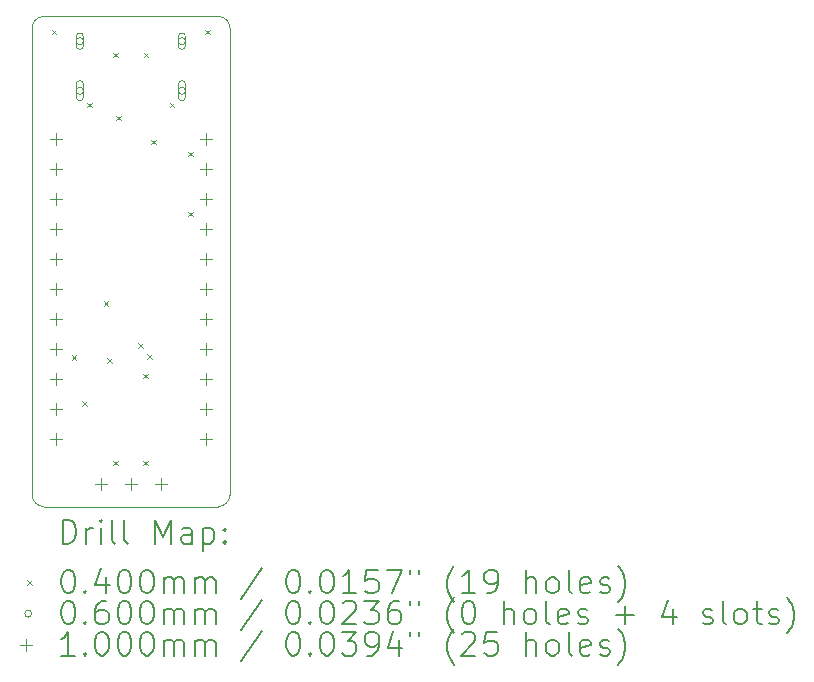
<source format=gbr>
%TF.GenerationSoftware,KiCad,Pcbnew,8.0.3*%
%TF.CreationDate,2024-08-17T22:20:42+01:00*%
%TF.ProjectId,TSSOP_Board,5453534f-505f-4426-9f61-72642e6b6963,rev?*%
%TF.SameCoordinates,Original*%
%TF.FileFunction,Drillmap*%
%TF.FilePolarity,Positive*%
%FSLAX45Y45*%
G04 Gerber Fmt 4.5, Leading zero omitted, Abs format (unit mm)*
G04 Created by KiCad (PCBNEW 8.0.3) date 2024-08-17 22:20:42*
%MOMM*%
%LPD*%
G01*
G04 APERTURE LIST*
%ADD10C,0.050000*%
%ADD11C,0.200000*%
%ADD12C,0.100000*%
G04 APERTURE END LIST*
D10*
X12650000Y-8600000D02*
G75*
G02*
X12550000Y-8700000I-100000J0D01*
G01*
X10975000Y-8600000D02*
X10975000Y-4650000D01*
X11075000Y-4550000D02*
X12550000Y-4550000D01*
X12550000Y-4550000D02*
G75*
G02*
X12650000Y-4650000I0J-100000D01*
G01*
X10975000Y-4650000D02*
G75*
G02*
X11075000Y-4550000I100000J0D01*
G01*
X11075000Y-8700000D02*
G75*
G02*
X10975000Y-8600000I0J100000D01*
G01*
X12550000Y-8700000D02*
X11075000Y-8700000D01*
X12650000Y-4650000D02*
X12650000Y-8600000D01*
D11*
D12*
X11140000Y-4661500D02*
X11180000Y-4701500D01*
X11180000Y-4661500D02*
X11140000Y-4701500D01*
X11310000Y-7420000D02*
X11350000Y-7460000D01*
X11350000Y-7420000D02*
X11310000Y-7460000D01*
X11400000Y-7810000D02*
X11440000Y-7850000D01*
X11440000Y-7810000D02*
X11400000Y-7850000D01*
X11440000Y-5281500D02*
X11480000Y-5321500D01*
X11480000Y-5281500D02*
X11440000Y-5321500D01*
X11581000Y-6961000D02*
X11621000Y-7001000D01*
X11621000Y-6961000D02*
X11581000Y-7001000D01*
X11613200Y-7443500D02*
X11653200Y-7483500D01*
X11653200Y-7443500D02*
X11613200Y-7483500D01*
X11660000Y-4856500D02*
X11700000Y-4896500D01*
X11700000Y-4856500D02*
X11660000Y-4896500D01*
X11664000Y-8311200D02*
X11704000Y-8351200D01*
X11704000Y-8311200D02*
X11664000Y-8351200D01*
X11689400Y-5390200D02*
X11729400Y-5430200D01*
X11729400Y-5390200D02*
X11689400Y-5430200D01*
X11875000Y-7315000D02*
X11915000Y-7355000D01*
X11915000Y-7315000D02*
X11875000Y-7355000D01*
X11918000Y-7574600D02*
X11958000Y-7614600D01*
X11958000Y-7574600D02*
X11918000Y-7614600D01*
X11918000Y-8311200D02*
X11958000Y-8351200D01*
X11958000Y-8311200D02*
X11918000Y-8351200D01*
X11920000Y-4856500D02*
X11960000Y-4896500D01*
X11960000Y-4856500D02*
X11920000Y-4896500D01*
X11950000Y-7410000D02*
X11990000Y-7450000D01*
X11990000Y-7410000D02*
X11950000Y-7450000D01*
X11981000Y-5593400D02*
X12021000Y-5633400D01*
X12021000Y-5593400D02*
X11981000Y-5633400D01*
X12140000Y-5281500D02*
X12180000Y-5321500D01*
X12180000Y-5281500D02*
X12140000Y-5321500D01*
X12299000Y-5695000D02*
X12339000Y-5735000D01*
X12339000Y-5695000D02*
X12299000Y-5735000D01*
X12299000Y-6203000D02*
X12339000Y-6243000D01*
X12339000Y-6203000D02*
X12299000Y-6243000D01*
X12440000Y-4661500D02*
X12480000Y-4701500D01*
X12480000Y-4661500D02*
X12440000Y-4701500D01*
X11409000Y-4760000D02*
G75*
G02*
X11349000Y-4760000I-30000J0D01*
G01*
X11349000Y-4760000D02*
G75*
G02*
X11409000Y-4760000I30000J0D01*
G01*
X11409000Y-4800000D02*
X11409000Y-4720000D01*
X11349000Y-4720000D02*
G75*
G02*
X11409000Y-4720000I30000J0D01*
G01*
X11349000Y-4720000D02*
X11349000Y-4800000D01*
X11349000Y-4800000D02*
G75*
G03*
X11409000Y-4800000I30000J0D01*
G01*
X11409000Y-5180000D02*
G75*
G02*
X11349000Y-5180000I-30000J0D01*
G01*
X11349000Y-5180000D02*
G75*
G02*
X11409000Y-5180000I30000J0D01*
G01*
X11409000Y-5235000D02*
X11409000Y-5125000D01*
X11349000Y-5125000D02*
G75*
G02*
X11409000Y-5125000I30000J0D01*
G01*
X11349000Y-5125000D02*
X11349000Y-5235000D01*
X11349000Y-5235000D02*
G75*
G03*
X11409000Y-5235000I30000J0D01*
G01*
X12273000Y-4760000D02*
G75*
G02*
X12213000Y-4760000I-30000J0D01*
G01*
X12213000Y-4760000D02*
G75*
G02*
X12273000Y-4760000I30000J0D01*
G01*
X12273000Y-4800000D02*
X12273000Y-4720000D01*
X12213000Y-4720000D02*
G75*
G02*
X12273000Y-4720000I30000J0D01*
G01*
X12213000Y-4720000D02*
X12213000Y-4800000D01*
X12213000Y-4800000D02*
G75*
G03*
X12273000Y-4800000I30000J0D01*
G01*
X12273000Y-5180000D02*
G75*
G02*
X12213000Y-5180000I-30000J0D01*
G01*
X12213000Y-5180000D02*
G75*
G02*
X12273000Y-5180000I30000J0D01*
G01*
X12273000Y-5235000D02*
X12273000Y-5125000D01*
X12213000Y-5125000D02*
G75*
G02*
X12273000Y-5125000I30000J0D01*
G01*
X12213000Y-5125000D02*
X12213000Y-5235000D01*
X12213000Y-5235000D02*
G75*
G03*
X12273000Y-5235000I30000J0D01*
G01*
X11176000Y-5538000D02*
X11176000Y-5638000D01*
X11126000Y-5588000D02*
X11226000Y-5588000D01*
X11176000Y-5792000D02*
X11176000Y-5892000D01*
X11126000Y-5842000D02*
X11226000Y-5842000D01*
X11176000Y-6046000D02*
X11176000Y-6146000D01*
X11126000Y-6096000D02*
X11226000Y-6096000D01*
X11176000Y-6300000D02*
X11176000Y-6400000D01*
X11126000Y-6350000D02*
X11226000Y-6350000D01*
X11176000Y-6554000D02*
X11176000Y-6654000D01*
X11126000Y-6604000D02*
X11226000Y-6604000D01*
X11176000Y-6808000D02*
X11176000Y-6908000D01*
X11126000Y-6858000D02*
X11226000Y-6858000D01*
X11176000Y-7062000D02*
X11176000Y-7162000D01*
X11126000Y-7112000D02*
X11226000Y-7112000D01*
X11176000Y-7316000D02*
X11176000Y-7416000D01*
X11126000Y-7366000D02*
X11226000Y-7366000D01*
X11176000Y-7570000D02*
X11176000Y-7670000D01*
X11126000Y-7620000D02*
X11226000Y-7620000D01*
X11176000Y-7824000D02*
X11176000Y-7924000D01*
X11126000Y-7874000D02*
X11226000Y-7874000D01*
X11176000Y-8078000D02*
X11176000Y-8178000D01*
X11126000Y-8128000D02*
X11226000Y-8128000D01*
X11555500Y-8461500D02*
X11555500Y-8561500D01*
X11505500Y-8511500D02*
X11605500Y-8511500D01*
X11809500Y-8461500D02*
X11809500Y-8561500D01*
X11759500Y-8511500D02*
X11859500Y-8511500D01*
X12063500Y-8461500D02*
X12063500Y-8561500D01*
X12013500Y-8511500D02*
X12113500Y-8511500D01*
X12446000Y-5538000D02*
X12446000Y-5638000D01*
X12396000Y-5588000D02*
X12496000Y-5588000D01*
X12446000Y-5792000D02*
X12446000Y-5892000D01*
X12396000Y-5842000D02*
X12496000Y-5842000D01*
X12446000Y-6046000D02*
X12446000Y-6146000D01*
X12396000Y-6096000D02*
X12496000Y-6096000D01*
X12446000Y-6300000D02*
X12446000Y-6400000D01*
X12396000Y-6350000D02*
X12496000Y-6350000D01*
X12446000Y-6554000D02*
X12446000Y-6654000D01*
X12396000Y-6604000D02*
X12496000Y-6604000D01*
X12446000Y-6808000D02*
X12446000Y-6908000D01*
X12396000Y-6858000D02*
X12496000Y-6858000D01*
X12446000Y-7062000D02*
X12446000Y-7162000D01*
X12396000Y-7112000D02*
X12496000Y-7112000D01*
X12446000Y-7316000D02*
X12446000Y-7416000D01*
X12396000Y-7366000D02*
X12496000Y-7366000D01*
X12446000Y-7570000D02*
X12446000Y-7670000D01*
X12396000Y-7620000D02*
X12496000Y-7620000D01*
X12446000Y-7824000D02*
X12446000Y-7924000D01*
X12396000Y-7874000D02*
X12496000Y-7874000D01*
X12446000Y-8078000D02*
X12446000Y-8178000D01*
X12396000Y-8128000D02*
X12496000Y-8128000D01*
D11*
X11233277Y-9013984D02*
X11233277Y-8813984D01*
X11233277Y-8813984D02*
X11280896Y-8813984D01*
X11280896Y-8813984D02*
X11309467Y-8823508D01*
X11309467Y-8823508D02*
X11328515Y-8842555D01*
X11328515Y-8842555D02*
X11338039Y-8861603D01*
X11338039Y-8861603D02*
X11347562Y-8899698D01*
X11347562Y-8899698D02*
X11347562Y-8928270D01*
X11347562Y-8928270D02*
X11338039Y-8966365D01*
X11338039Y-8966365D02*
X11328515Y-8985412D01*
X11328515Y-8985412D02*
X11309467Y-9004460D01*
X11309467Y-9004460D02*
X11280896Y-9013984D01*
X11280896Y-9013984D02*
X11233277Y-9013984D01*
X11433277Y-9013984D02*
X11433277Y-8880650D01*
X11433277Y-8918746D02*
X11442801Y-8899698D01*
X11442801Y-8899698D02*
X11452324Y-8890174D01*
X11452324Y-8890174D02*
X11471372Y-8880650D01*
X11471372Y-8880650D02*
X11490420Y-8880650D01*
X11557086Y-9013984D02*
X11557086Y-8880650D01*
X11557086Y-8813984D02*
X11547562Y-8823508D01*
X11547562Y-8823508D02*
X11557086Y-8833031D01*
X11557086Y-8833031D02*
X11566610Y-8823508D01*
X11566610Y-8823508D02*
X11557086Y-8813984D01*
X11557086Y-8813984D02*
X11557086Y-8833031D01*
X11680896Y-9013984D02*
X11661848Y-9004460D01*
X11661848Y-9004460D02*
X11652324Y-8985412D01*
X11652324Y-8985412D02*
X11652324Y-8813984D01*
X11785658Y-9013984D02*
X11766610Y-9004460D01*
X11766610Y-9004460D02*
X11757086Y-8985412D01*
X11757086Y-8985412D02*
X11757086Y-8813984D01*
X12014229Y-9013984D02*
X12014229Y-8813984D01*
X12014229Y-8813984D02*
X12080896Y-8956841D01*
X12080896Y-8956841D02*
X12147562Y-8813984D01*
X12147562Y-8813984D02*
X12147562Y-9013984D01*
X12328515Y-9013984D02*
X12328515Y-8909222D01*
X12328515Y-8909222D02*
X12318991Y-8890174D01*
X12318991Y-8890174D02*
X12299943Y-8880650D01*
X12299943Y-8880650D02*
X12261848Y-8880650D01*
X12261848Y-8880650D02*
X12242801Y-8890174D01*
X12328515Y-9004460D02*
X12309467Y-9013984D01*
X12309467Y-9013984D02*
X12261848Y-9013984D01*
X12261848Y-9013984D02*
X12242801Y-9004460D01*
X12242801Y-9004460D02*
X12233277Y-8985412D01*
X12233277Y-8985412D02*
X12233277Y-8966365D01*
X12233277Y-8966365D02*
X12242801Y-8947317D01*
X12242801Y-8947317D02*
X12261848Y-8937793D01*
X12261848Y-8937793D02*
X12309467Y-8937793D01*
X12309467Y-8937793D02*
X12328515Y-8928270D01*
X12423753Y-8880650D02*
X12423753Y-9080650D01*
X12423753Y-8890174D02*
X12442801Y-8880650D01*
X12442801Y-8880650D02*
X12480896Y-8880650D01*
X12480896Y-8880650D02*
X12499943Y-8890174D01*
X12499943Y-8890174D02*
X12509467Y-8899698D01*
X12509467Y-8899698D02*
X12518991Y-8918746D01*
X12518991Y-8918746D02*
X12518991Y-8975889D01*
X12518991Y-8975889D02*
X12509467Y-8994936D01*
X12509467Y-8994936D02*
X12499943Y-9004460D01*
X12499943Y-9004460D02*
X12480896Y-9013984D01*
X12480896Y-9013984D02*
X12442801Y-9013984D01*
X12442801Y-9013984D02*
X12423753Y-9004460D01*
X12604705Y-8994936D02*
X12614229Y-9004460D01*
X12614229Y-9004460D02*
X12604705Y-9013984D01*
X12604705Y-9013984D02*
X12595182Y-9004460D01*
X12595182Y-9004460D02*
X12604705Y-8994936D01*
X12604705Y-8994936D02*
X12604705Y-9013984D01*
X12604705Y-8890174D02*
X12614229Y-8899698D01*
X12614229Y-8899698D02*
X12604705Y-8909222D01*
X12604705Y-8909222D02*
X12595182Y-8899698D01*
X12595182Y-8899698D02*
X12604705Y-8890174D01*
X12604705Y-8890174D02*
X12604705Y-8909222D01*
D12*
X10932500Y-9322500D02*
X10972500Y-9362500D01*
X10972500Y-9322500D02*
X10932500Y-9362500D01*
D11*
X11271372Y-9233984D02*
X11290420Y-9233984D01*
X11290420Y-9233984D02*
X11309467Y-9243508D01*
X11309467Y-9243508D02*
X11318991Y-9253031D01*
X11318991Y-9253031D02*
X11328515Y-9272079D01*
X11328515Y-9272079D02*
X11338039Y-9310174D01*
X11338039Y-9310174D02*
X11338039Y-9357793D01*
X11338039Y-9357793D02*
X11328515Y-9395889D01*
X11328515Y-9395889D02*
X11318991Y-9414936D01*
X11318991Y-9414936D02*
X11309467Y-9424460D01*
X11309467Y-9424460D02*
X11290420Y-9433984D01*
X11290420Y-9433984D02*
X11271372Y-9433984D01*
X11271372Y-9433984D02*
X11252324Y-9424460D01*
X11252324Y-9424460D02*
X11242801Y-9414936D01*
X11242801Y-9414936D02*
X11233277Y-9395889D01*
X11233277Y-9395889D02*
X11223753Y-9357793D01*
X11223753Y-9357793D02*
X11223753Y-9310174D01*
X11223753Y-9310174D02*
X11233277Y-9272079D01*
X11233277Y-9272079D02*
X11242801Y-9253031D01*
X11242801Y-9253031D02*
X11252324Y-9243508D01*
X11252324Y-9243508D02*
X11271372Y-9233984D01*
X11423753Y-9414936D02*
X11433277Y-9424460D01*
X11433277Y-9424460D02*
X11423753Y-9433984D01*
X11423753Y-9433984D02*
X11414229Y-9424460D01*
X11414229Y-9424460D02*
X11423753Y-9414936D01*
X11423753Y-9414936D02*
X11423753Y-9433984D01*
X11604705Y-9300650D02*
X11604705Y-9433984D01*
X11557086Y-9224460D02*
X11509467Y-9367317D01*
X11509467Y-9367317D02*
X11633277Y-9367317D01*
X11747562Y-9233984D02*
X11766610Y-9233984D01*
X11766610Y-9233984D02*
X11785658Y-9243508D01*
X11785658Y-9243508D02*
X11795182Y-9253031D01*
X11795182Y-9253031D02*
X11804705Y-9272079D01*
X11804705Y-9272079D02*
X11814229Y-9310174D01*
X11814229Y-9310174D02*
X11814229Y-9357793D01*
X11814229Y-9357793D02*
X11804705Y-9395889D01*
X11804705Y-9395889D02*
X11795182Y-9414936D01*
X11795182Y-9414936D02*
X11785658Y-9424460D01*
X11785658Y-9424460D02*
X11766610Y-9433984D01*
X11766610Y-9433984D02*
X11747562Y-9433984D01*
X11747562Y-9433984D02*
X11728515Y-9424460D01*
X11728515Y-9424460D02*
X11718991Y-9414936D01*
X11718991Y-9414936D02*
X11709467Y-9395889D01*
X11709467Y-9395889D02*
X11699943Y-9357793D01*
X11699943Y-9357793D02*
X11699943Y-9310174D01*
X11699943Y-9310174D02*
X11709467Y-9272079D01*
X11709467Y-9272079D02*
X11718991Y-9253031D01*
X11718991Y-9253031D02*
X11728515Y-9243508D01*
X11728515Y-9243508D02*
X11747562Y-9233984D01*
X11938039Y-9233984D02*
X11957086Y-9233984D01*
X11957086Y-9233984D02*
X11976134Y-9243508D01*
X11976134Y-9243508D02*
X11985658Y-9253031D01*
X11985658Y-9253031D02*
X11995182Y-9272079D01*
X11995182Y-9272079D02*
X12004705Y-9310174D01*
X12004705Y-9310174D02*
X12004705Y-9357793D01*
X12004705Y-9357793D02*
X11995182Y-9395889D01*
X11995182Y-9395889D02*
X11985658Y-9414936D01*
X11985658Y-9414936D02*
X11976134Y-9424460D01*
X11976134Y-9424460D02*
X11957086Y-9433984D01*
X11957086Y-9433984D02*
X11938039Y-9433984D01*
X11938039Y-9433984D02*
X11918991Y-9424460D01*
X11918991Y-9424460D02*
X11909467Y-9414936D01*
X11909467Y-9414936D02*
X11899943Y-9395889D01*
X11899943Y-9395889D02*
X11890420Y-9357793D01*
X11890420Y-9357793D02*
X11890420Y-9310174D01*
X11890420Y-9310174D02*
X11899943Y-9272079D01*
X11899943Y-9272079D02*
X11909467Y-9253031D01*
X11909467Y-9253031D02*
X11918991Y-9243508D01*
X11918991Y-9243508D02*
X11938039Y-9233984D01*
X12090420Y-9433984D02*
X12090420Y-9300650D01*
X12090420Y-9319698D02*
X12099943Y-9310174D01*
X12099943Y-9310174D02*
X12118991Y-9300650D01*
X12118991Y-9300650D02*
X12147563Y-9300650D01*
X12147563Y-9300650D02*
X12166610Y-9310174D01*
X12166610Y-9310174D02*
X12176134Y-9329222D01*
X12176134Y-9329222D02*
X12176134Y-9433984D01*
X12176134Y-9329222D02*
X12185658Y-9310174D01*
X12185658Y-9310174D02*
X12204705Y-9300650D01*
X12204705Y-9300650D02*
X12233277Y-9300650D01*
X12233277Y-9300650D02*
X12252324Y-9310174D01*
X12252324Y-9310174D02*
X12261848Y-9329222D01*
X12261848Y-9329222D02*
X12261848Y-9433984D01*
X12357086Y-9433984D02*
X12357086Y-9300650D01*
X12357086Y-9319698D02*
X12366610Y-9310174D01*
X12366610Y-9310174D02*
X12385658Y-9300650D01*
X12385658Y-9300650D02*
X12414229Y-9300650D01*
X12414229Y-9300650D02*
X12433277Y-9310174D01*
X12433277Y-9310174D02*
X12442801Y-9329222D01*
X12442801Y-9329222D02*
X12442801Y-9433984D01*
X12442801Y-9329222D02*
X12452324Y-9310174D01*
X12452324Y-9310174D02*
X12471372Y-9300650D01*
X12471372Y-9300650D02*
X12499943Y-9300650D01*
X12499943Y-9300650D02*
X12518991Y-9310174D01*
X12518991Y-9310174D02*
X12528515Y-9329222D01*
X12528515Y-9329222D02*
X12528515Y-9433984D01*
X12918991Y-9224460D02*
X12747563Y-9481603D01*
X13176134Y-9233984D02*
X13195182Y-9233984D01*
X13195182Y-9233984D02*
X13214229Y-9243508D01*
X13214229Y-9243508D02*
X13223753Y-9253031D01*
X13223753Y-9253031D02*
X13233277Y-9272079D01*
X13233277Y-9272079D02*
X13242801Y-9310174D01*
X13242801Y-9310174D02*
X13242801Y-9357793D01*
X13242801Y-9357793D02*
X13233277Y-9395889D01*
X13233277Y-9395889D02*
X13223753Y-9414936D01*
X13223753Y-9414936D02*
X13214229Y-9424460D01*
X13214229Y-9424460D02*
X13195182Y-9433984D01*
X13195182Y-9433984D02*
X13176134Y-9433984D01*
X13176134Y-9433984D02*
X13157086Y-9424460D01*
X13157086Y-9424460D02*
X13147563Y-9414936D01*
X13147563Y-9414936D02*
X13138039Y-9395889D01*
X13138039Y-9395889D02*
X13128515Y-9357793D01*
X13128515Y-9357793D02*
X13128515Y-9310174D01*
X13128515Y-9310174D02*
X13138039Y-9272079D01*
X13138039Y-9272079D02*
X13147563Y-9253031D01*
X13147563Y-9253031D02*
X13157086Y-9243508D01*
X13157086Y-9243508D02*
X13176134Y-9233984D01*
X13328515Y-9414936D02*
X13338039Y-9424460D01*
X13338039Y-9424460D02*
X13328515Y-9433984D01*
X13328515Y-9433984D02*
X13318991Y-9424460D01*
X13318991Y-9424460D02*
X13328515Y-9414936D01*
X13328515Y-9414936D02*
X13328515Y-9433984D01*
X13461848Y-9233984D02*
X13480896Y-9233984D01*
X13480896Y-9233984D02*
X13499944Y-9243508D01*
X13499944Y-9243508D02*
X13509467Y-9253031D01*
X13509467Y-9253031D02*
X13518991Y-9272079D01*
X13518991Y-9272079D02*
X13528515Y-9310174D01*
X13528515Y-9310174D02*
X13528515Y-9357793D01*
X13528515Y-9357793D02*
X13518991Y-9395889D01*
X13518991Y-9395889D02*
X13509467Y-9414936D01*
X13509467Y-9414936D02*
X13499944Y-9424460D01*
X13499944Y-9424460D02*
X13480896Y-9433984D01*
X13480896Y-9433984D02*
X13461848Y-9433984D01*
X13461848Y-9433984D02*
X13442801Y-9424460D01*
X13442801Y-9424460D02*
X13433277Y-9414936D01*
X13433277Y-9414936D02*
X13423753Y-9395889D01*
X13423753Y-9395889D02*
X13414229Y-9357793D01*
X13414229Y-9357793D02*
X13414229Y-9310174D01*
X13414229Y-9310174D02*
X13423753Y-9272079D01*
X13423753Y-9272079D02*
X13433277Y-9253031D01*
X13433277Y-9253031D02*
X13442801Y-9243508D01*
X13442801Y-9243508D02*
X13461848Y-9233984D01*
X13718991Y-9433984D02*
X13604706Y-9433984D01*
X13661848Y-9433984D02*
X13661848Y-9233984D01*
X13661848Y-9233984D02*
X13642801Y-9262555D01*
X13642801Y-9262555D02*
X13623753Y-9281603D01*
X13623753Y-9281603D02*
X13604706Y-9291127D01*
X13899944Y-9233984D02*
X13804706Y-9233984D01*
X13804706Y-9233984D02*
X13795182Y-9329222D01*
X13795182Y-9329222D02*
X13804706Y-9319698D01*
X13804706Y-9319698D02*
X13823753Y-9310174D01*
X13823753Y-9310174D02*
X13871372Y-9310174D01*
X13871372Y-9310174D02*
X13890420Y-9319698D01*
X13890420Y-9319698D02*
X13899944Y-9329222D01*
X13899944Y-9329222D02*
X13909467Y-9348270D01*
X13909467Y-9348270D02*
X13909467Y-9395889D01*
X13909467Y-9395889D02*
X13899944Y-9414936D01*
X13899944Y-9414936D02*
X13890420Y-9424460D01*
X13890420Y-9424460D02*
X13871372Y-9433984D01*
X13871372Y-9433984D02*
X13823753Y-9433984D01*
X13823753Y-9433984D02*
X13804706Y-9424460D01*
X13804706Y-9424460D02*
X13795182Y-9414936D01*
X13976134Y-9233984D02*
X14109467Y-9233984D01*
X14109467Y-9233984D02*
X14023753Y-9433984D01*
X14176134Y-9233984D02*
X14176134Y-9272079D01*
X14252325Y-9233984D02*
X14252325Y-9272079D01*
X14547563Y-9510174D02*
X14538039Y-9500650D01*
X14538039Y-9500650D02*
X14518991Y-9472079D01*
X14518991Y-9472079D02*
X14509468Y-9453031D01*
X14509468Y-9453031D02*
X14499944Y-9424460D01*
X14499944Y-9424460D02*
X14490420Y-9376841D01*
X14490420Y-9376841D02*
X14490420Y-9338746D01*
X14490420Y-9338746D02*
X14499944Y-9291127D01*
X14499944Y-9291127D02*
X14509468Y-9262555D01*
X14509468Y-9262555D02*
X14518991Y-9243508D01*
X14518991Y-9243508D02*
X14538039Y-9214936D01*
X14538039Y-9214936D02*
X14547563Y-9205412D01*
X14728515Y-9433984D02*
X14614229Y-9433984D01*
X14671372Y-9433984D02*
X14671372Y-9233984D01*
X14671372Y-9233984D02*
X14652325Y-9262555D01*
X14652325Y-9262555D02*
X14633277Y-9281603D01*
X14633277Y-9281603D02*
X14614229Y-9291127D01*
X14823753Y-9433984D02*
X14861848Y-9433984D01*
X14861848Y-9433984D02*
X14880896Y-9424460D01*
X14880896Y-9424460D02*
X14890420Y-9414936D01*
X14890420Y-9414936D02*
X14909468Y-9386365D01*
X14909468Y-9386365D02*
X14918991Y-9348270D01*
X14918991Y-9348270D02*
X14918991Y-9272079D01*
X14918991Y-9272079D02*
X14909468Y-9253031D01*
X14909468Y-9253031D02*
X14899944Y-9243508D01*
X14899944Y-9243508D02*
X14880896Y-9233984D01*
X14880896Y-9233984D02*
X14842801Y-9233984D01*
X14842801Y-9233984D02*
X14823753Y-9243508D01*
X14823753Y-9243508D02*
X14814229Y-9253031D01*
X14814229Y-9253031D02*
X14804706Y-9272079D01*
X14804706Y-9272079D02*
X14804706Y-9319698D01*
X14804706Y-9319698D02*
X14814229Y-9338746D01*
X14814229Y-9338746D02*
X14823753Y-9348270D01*
X14823753Y-9348270D02*
X14842801Y-9357793D01*
X14842801Y-9357793D02*
X14880896Y-9357793D01*
X14880896Y-9357793D02*
X14899944Y-9348270D01*
X14899944Y-9348270D02*
X14909468Y-9338746D01*
X14909468Y-9338746D02*
X14918991Y-9319698D01*
X15157087Y-9433984D02*
X15157087Y-9233984D01*
X15242801Y-9433984D02*
X15242801Y-9329222D01*
X15242801Y-9329222D02*
X15233277Y-9310174D01*
X15233277Y-9310174D02*
X15214230Y-9300650D01*
X15214230Y-9300650D02*
X15185658Y-9300650D01*
X15185658Y-9300650D02*
X15166610Y-9310174D01*
X15166610Y-9310174D02*
X15157087Y-9319698D01*
X15366610Y-9433984D02*
X15347563Y-9424460D01*
X15347563Y-9424460D02*
X15338039Y-9414936D01*
X15338039Y-9414936D02*
X15328515Y-9395889D01*
X15328515Y-9395889D02*
X15328515Y-9338746D01*
X15328515Y-9338746D02*
X15338039Y-9319698D01*
X15338039Y-9319698D02*
X15347563Y-9310174D01*
X15347563Y-9310174D02*
X15366610Y-9300650D01*
X15366610Y-9300650D02*
X15395182Y-9300650D01*
X15395182Y-9300650D02*
X15414230Y-9310174D01*
X15414230Y-9310174D02*
X15423753Y-9319698D01*
X15423753Y-9319698D02*
X15433277Y-9338746D01*
X15433277Y-9338746D02*
X15433277Y-9395889D01*
X15433277Y-9395889D02*
X15423753Y-9414936D01*
X15423753Y-9414936D02*
X15414230Y-9424460D01*
X15414230Y-9424460D02*
X15395182Y-9433984D01*
X15395182Y-9433984D02*
X15366610Y-9433984D01*
X15547563Y-9433984D02*
X15528515Y-9424460D01*
X15528515Y-9424460D02*
X15518991Y-9405412D01*
X15518991Y-9405412D02*
X15518991Y-9233984D01*
X15699944Y-9424460D02*
X15680896Y-9433984D01*
X15680896Y-9433984D02*
X15642801Y-9433984D01*
X15642801Y-9433984D02*
X15623753Y-9424460D01*
X15623753Y-9424460D02*
X15614230Y-9405412D01*
X15614230Y-9405412D02*
X15614230Y-9329222D01*
X15614230Y-9329222D02*
X15623753Y-9310174D01*
X15623753Y-9310174D02*
X15642801Y-9300650D01*
X15642801Y-9300650D02*
X15680896Y-9300650D01*
X15680896Y-9300650D02*
X15699944Y-9310174D01*
X15699944Y-9310174D02*
X15709468Y-9329222D01*
X15709468Y-9329222D02*
X15709468Y-9348270D01*
X15709468Y-9348270D02*
X15614230Y-9367317D01*
X15785658Y-9424460D02*
X15804706Y-9433984D01*
X15804706Y-9433984D02*
X15842801Y-9433984D01*
X15842801Y-9433984D02*
X15861849Y-9424460D01*
X15861849Y-9424460D02*
X15871372Y-9405412D01*
X15871372Y-9405412D02*
X15871372Y-9395889D01*
X15871372Y-9395889D02*
X15861849Y-9376841D01*
X15861849Y-9376841D02*
X15842801Y-9367317D01*
X15842801Y-9367317D02*
X15814230Y-9367317D01*
X15814230Y-9367317D02*
X15795182Y-9357793D01*
X15795182Y-9357793D02*
X15785658Y-9338746D01*
X15785658Y-9338746D02*
X15785658Y-9329222D01*
X15785658Y-9329222D02*
X15795182Y-9310174D01*
X15795182Y-9310174D02*
X15814230Y-9300650D01*
X15814230Y-9300650D02*
X15842801Y-9300650D01*
X15842801Y-9300650D02*
X15861849Y-9310174D01*
X15938039Y-9510174D02*
X15947563Y-9500650D01*
X15947563Y-9500650D02*
X15966611Y-9472079D01*
X15966611Y-9472079D02*
X15976134Y-9453031D01*
X15976134Y-9453031D02*
X15985658Y-9424460D01*
X15985658Y-9424460D02*
X15995182Y-9376841D01*
X15995182Y-9376841D02*
X15995182Y-9338746D01*
X15995182Y-9338746D02*
X15985658Y-9291127D01*
X15985658Y-9291127D02*
X15976134Y-9262555D01*
X15976134Y-9262555D02*
X15966611Y-9243508D01*
X15966611Y-9243508D02*
X15947563Y-9214936D01*
X15947563Y-9214936D02*
X15938039Y-9205412D01*
D12*
X10972500Y-9606500D02*
G75*
G02*
X10912500Y-9606500I-30000J0D01*
G01*
X10912500Y-9606500D02*
G75*
G02*
X10972500Y-9606500I30000J0D01*
G01*
D11*
X11271372Y-9497984D02*
X11290420Y-9497984D01*
X11290420Y-9497984D02*
X11309467Y-9507508D01*
X11309467Y-9507508D02*
X11318991Y-9517031D01*
X11318991Y-9517031D02*
X11328515Y-9536079D01*
X11328515Y-9536079D02*
X11338039Y-9574174D01*
X11338039Y-9574174D02*
X11338039Y-9621793D01*
X11338039Y-9621793D02*
X11328515Y-9659889D01*
X11328515Y-9659889D02*
X11318991Y-9678936D01*
X11318991Y-9678936D02*
X11309467Y-9688460D01*
X11309467Y-9688460D02*
X11290420Y-9697984D01*
X11290420Y-9697984D02*
X11271372Y-9697984D01*
X11271372Y-9697984D02*
X11252324Y-9688460D01*
X11252324Y-9688460D02*
X11242801Y-9678936D01*
X11242801Y-9678936D02*
X11233277Y-9659889D01*
X11233277Y-9659889D02*
X11223753Y-9621793D01*
X11223753Y-9621793D02*
X11223753Y-9574174D01*
X11223753Y-9574174D02*
X11233277Y-9536079D01*
X11233277Y-9536079D02*
X11242801Y-9517031D01*
X11242801Y-9517031D02*
X11252324Y-9507508D01*
X11252324Y-9507508D02*
X11271372Y-9497984D01*
X11423753Y-9678936D02*
X11433277Y-9688460D01*
X11433277Y-9688460D02*
X11423753Y-9697984D01*
X11423753Y-9697984D02*
X11414229Y-9688460D01*
X11414229Y-9688460D02*
X11423753Y-9678936D01*
X11423753Y-9678936D02*
X11423753Y-9697984D01*
X11604705Y-9497984D02*
X11566610Y-9497984D01*
X11566610Y-9497984D02*
X11547562Y-9507508D01*
X11547562Y-9507508D02*
X11538039Y-9517031D01*
X11538039Y-9517031D02*
X11518991Y-9545603D01*
X11518991Y-9545603D02*
X11509467Y-9583698D01*
X11509467Y-9583698D02*
X11509467Y-9659889D01*
X11509467Y-9659889D02*
X11518991Y-9678936D01*
X11518991Y-9678936D02*
X11528515Y-9688460D01*
X11528515Y-9688460D02*
X11547562Y-9697984D01*
X11547562Y-9697984D02*
X11585658Y-9697984D01*
X11585658Y-9697984D02*
X11604705Y-9688460D01*
X11604705Y-9688460D02*
X11614229Y-9678936D01*
X11614229Y-9678936D02*
X11623753Y-9659889D01*
X11623753Y-9659889D02*
X11623753Y-9612270D01*
X11623753Y-9612270D02*
X11614229Y-9593222D01*
X11614229Y-9593222D02*
X11604705Y-9583698D01*
X11604705Y-9583698D02*
X11585658Y-9574174D01*
X11585658Y-9574174D02*
X11547562Y-9574174D01*
X11547562Y-9574174D02*
X11528515Y-9583698D01*
X11528515Y-9583698D02*
X11518991Y-9593222D01*
X11518991Y-9593222D02*
X11509467Y-9612270D01*
X11747562Y-9497984D02*
X11766610Y-9497984D01*
X11766610Y-9497984D02*
X11785658Y-9507508D01*
X11785658Y-9507508D02*
X11795182Y-9517031D01*
X11795182Y-9517031D02*
X11804705Y-9536079D01*
X11804705Y-9536079D02*
X11814229Y-9574174D01*
X11814229Y-9574174D02*
X11814229Y-9621793D01*
X11814229Y-9621793D02*
X11804705Y-9659889D01*
X11804705Y-9659889D02*
X11795182Y-9678936D01*
X11795182Y-9678936D02*
X11785658Y-9688460D01*
X11785658Y-9688460D02*
X11766610Y-9697984D01*
X11766610Y-9697984D02*
X11747562Y-9697984D01*
X11747562Y-9697984D02*
X11728515Y-9688460D01*
X11728515Y-9688460D02*
X11718991Y-9678936D01*
X11718991Y-9678936D02*
X11709467Y-9659889D01*
X11709467Y-9659889D02*
X11699943Y-9621793D01*
X11699943Y-9621793D02*
X11699943Y-9574174D01*
X11699943Y-9574174D02*
X11709467Y-9536079D01*
X11709467Y-9536079D02*
X11718991Y-9517031D01*
X11718991Y-9517031D02*
X11728515Y-9507508D01*
X11728515Y-9507508D02*
X11747562Y-9497984D01*
X11938039Y-9497984D02*
X11957086Y-9497984D01*
X11957086Y-9497984D02*
X11976134Y-9507508D01*
X11976134Y-9507508D02*
X11985658Y-9517031D01*
X11985658Y-9517031D02*
X11995182Y-9536079D01*
X11995182Y-9536079D02*
X12004705Y-9574174D01*
X12004705Y-9574174D02*
X12004705Y-9621793D01*
X12004705Y-9621793D02*
X11995182Y-9659889D01*
X11995182Y-9659889D02*
X11985658Y-9678936D01*
X11985658Y-9678936D02*
X11976134Y-9688460D01*
X11976134Y-9688460D02*
X11957086Y-9697984D01*
X11957086Y-9697984D02*
X11938039Y-9697984D01*
X11938039Y-9697984D02*
X11918991Y-9688460D01*
X11918991Y-9688460D02*
X11909467Y-9678936D01*
X11909467Y-9678936D02*
X11899943Y-9659889D01*
X11899943Y-9659889D02*
X11890420Y-9621793D01*
X11890420Y-9621793D02*
X11890420Y-9574174D01*
X11890420Y-9574174D02*
X11899943Y-9536079D01*
X11899943Y-9536079D02*
X11909467Y-9517031D01*
X11909467Y-9517031D02*
X11918991Y-9507508D01*
X11918991Y-9507508D02*
X11938039Y-9497984D01*
X12090420Y-9697984D02*
X12090420Y-9564650D01*
X12090420Y-9583698D02*
X12099943Y-9574174D01*
X12099943Y-9574174D02*
X12118991Y-9564650D01*
X12118991Y-9564650D02*
X12147563Y-9564650D01*
X12147563Y-9564650D02*
X12166610Y-9574174D01*
X12166610Y-9574174D02*
X12176134Y-9593222D01*
X12176134Y-9593222D02*
X12176134Y-9697984D01*
X12176134Y-9593222D02*
X12185658Y-9574174D01*
X12185658Y-9574174D02*
X12204705Y-9564650D01*
X12204705Y-9564650D02*
X12233277Y-9564650D01*
X12233277Y-9564650D02*
X12252324Y-9574174D01*
X12252324Y-9574174D02*
X12261848Y-9593222D01*
X12261848Y-9593222D02*
X12261848Y-9697984D01*
X12357086Y-9697984D02*
X12357086Y-9564650D01*
X12357086Y-9583698D02*
X12366610Y-9574174D01*
X12366610Y-9574174D02*
X12385658Y-9564650D01*
X12385658Y-9564650D02*
X12414229Y-9564650D01*
X12414229Y-9564650D02*
X12433277Y-9574174D01*
X12433277Y-9574174D02*
X12442801Y-9593222D01*
X12442801Y-9593222D02*
X12442801Y-9697984D01*
X12442801Y-9593222D02*
X12452324Y-9574174D01*
X12452324Y-9574174D02*
X12471372Y-9564650D01*
X12471372Y-9564650D02*
X12499943Y-9564650D01*
X12499943Y-9564650D02*
X12518991Y-9574174D01*
X12518991Y-9574174D02*
X12528515Y-9593222D01*
X12528515Y-9593222D02*
X12528515Y-9697984D01*
X12918991Y-9488460D02*
X12747563Y-9745603D01*
X13176134Y-9497984D02*
X13195182Y-9497984D01*
X13195182Y-9497984D02*
X13214229Y-9507508D01*
X13214229Y-9507508D02*
X13223753Y-9517031D01*
X13223753Y-9517031D02*
X13233277Y-9536079D01*
X13233277Y-9536079D02*
X13242801Y-9574174D01*
X13242801Y-9574174D02*
X13242801Y-9621793D01*
X13242801Y-9621793D02*
X13233277Y-9659889D01*
X13233277Y-9659889D02*
X13223753Y-9678936D01*
X13223753Y-9678936D02*
X13214229Y-9688460D01*
X13214229Y-9688460D02*
X13195182Y-9697984D01*
X13195182Y-9697984D02*
X13176134Y-9697984D01*
X13176134Y-9697984D02*
X13157086Y-9688460D01*
X13157086Y-9688460D02*
X13147563Y-9678936D01*
X13147563Y-9678936D02*
X13138039Y-9659889D01*
X13138039Y-9659889D02*
X13128515Y-9621793D01*
X13128515Y-9621793D02*
X13128515Y-9574174D01*
X13128515Y-9574174D02*
X13138039Y-9536079D01*
X13138039Y-9536079D02*
X13147563Y-9517031D01*
X13147563Y-9517031D02*
X13157086Y-9507508D01*
X13157086Y-9507508D02*
X13176134Y-9497984D01*
X13328515Y-9678936D02*
X13338039Y-9688460D01*
X13338039Y-9688460D02*
X13328515Y-9697984D01*
X13328515Y-9697984D02*
X13318991Y-9688460D01*
X13318991Y-9688460D02*
X13328515Y-9678936D01*
X13328515Y-9678936D02*
X13328515Y-9697984D01*
X13461848Y-9497984D02*
X13480896Y-9497984D01*
X13480896Y-9497984D02*
X13499944Y-9507508D01*
X13499944Y-9507508D02*
X13509467Y-9517031D01*
X13509467Y-9517031D02*
X13518991Y-9536079D01*
X13518991Y-9536079D02*
X13528515Y-9574174D01*
X13528515Y-9574174D02*
X13528515Y-9621793D01*
X13528515Y-9621793D02*
X13518991Y-9659889D01*
X13518991Y-9659889D02*
X13509467Y-9678936D01*
X13509467Y-9678936D02*
X13499944Y-9688460D01*
X13499944Y-9688460D02*
X13480896Y-9697984D01*
X13480896Y-9697984D02*
X13461848Y-9697984D01*
X13461848Y-9697984D02*
X13442801Y-9688460D01*
X13442801Y-9688460D02*
X13433277Y-9678936D01*
X13433277Y-9678936D02*
X13423753Y-9659889D01*
X13423753Y-9659889D02*
X13414229Y-9621793D01*
X13414229Y-9621793D02*
X13414229Y-9574174D01*
X13414229Y-9574174D02*
X13423753Y-9536079D01*
X13423753Y-9536079D02*
X13433277Y-9517031D01*
X13433277Y-9517031D02*
X13442801Y-9507508D01*
X13442801Y-9507508D02*
X13461848Y-9497984D01*
X13604706Y-9517031D02*
X13614229Y-9507508D01*
X13614229Y-9507508D02*
X13633277Y-9497984D01*
X13633277Y-9497984D02*
X13680896Y-9497984D01*
X13680896Y-9497984D02*
X13699944Y-9507508D01*
X13699944Y-9507508D02*
X13709467Y-9517031D01*
X13709467Y-9517031D02*
X13718991Y-9536079D01*
X13718991Y-9536079D02*
X13718991Y-9555127D01*
X13718991Y-9555127D02*
X13709467Y-9583698D01*
X13709467Y-9583698D02*
X13595182Y-9697984D01*
X13595182Y-9697984D02*
X13718991Y-9697984D01*
X13785658Y-9497984D02*
X13909467Y-9497984D01*
X13909467Y-9497984D02*
X13842801Y-9574174D01*
X13842801Y-9574174D02*
X13871372Y-9574174D01*
X13871372Y-9574174D02*
X13890420Y-9583698D01*
X13890420Y-9583698D02*
X13899944Y-9593222D01*
X13899944Y-9593222D02*
X13909467Y-9612270D01*
X13909467Y-9612270D02*
X13909467Y-9659889D01*
X13909467Y-9659889D02*
X13899944Y-9678936D01*
X13899944Y-9678936D02*
X13890420Y-9688460D01*
X13890420Y-9688460D02*
X13871372Y-9697984D01*
X13871372Y-9697984D02*
X13814229Y-9697984D01*
X13814229Y-9697984D02*
X13795182Y-9688460D01*
X13795182Y-9688460D02*
X13785658Y-9678936D01*
X14080896Y-9497984D02*
X14042801Y-9497984D01*
X14042801Y-9497984D02*
X14023753Y-9507508D01*
X14023753Y-9507508D02*
X14014229Y-9517031D01*
X14014229Y-9517031D02*
X13995182Y-9545603D01*
X13995182Y-9545603D02*
X13985658Y-9583698D01*
X13985658Y-9583698D02*
X13985658Y-9659889D01*
X13985658Y-9659889D02*
X13995182Y-9678936D01*
X13995182Y-9678936D02*
X14004706Y-9688460D01*
X14004706Y-9688460D02*
X14023753Y-9697984D01*
X14023753Y-9697984D02*
X14061848Y-9697984D01*
X14061848Y-9697984D02*
X14080896Y-9688460D01*
X14080896Y-9688460D02*
X14090420Y-9678936D01*
X14090420Y-9678936D02*
X14099944Y-9659889D01*
X14099944Y-9659889D02*
X14099944Y-9612270D01*
X14099944Y-9612270D02*
X14090420Y-9593222D01*
X14090420Y-9593222D02*
X14080896Y-9583698D01*
X14080896Y-9583698D02*
X14061848Y-9574174D01*
X14061848Y-9574174D02*
X14023753Y-9574174D01*
X14023753Y-9574174D02*
X14004706Y-9583698D01*
X14004706Y-9583698D02*
X13995182Y-9593222D01*
X13995182Y-9593222D02*
X13985658Y-9612270D01*
X14176134Y-9497984D02*
X14176134Y-9536079D01*
X14252325Y-9497984D02*
X14252325Y-9536079D01*
X14547563Y-9774174D02*
X14538039Y-9764650D01*
X14538039Y-9764650D02*
X14518991Y-9736079D01*
X14518991Y-9736079D02*
X14509468Y-9717031D01*
X14509468Y-9717031D02*
X14499944Y-9688460D01*
X14499944Y-9688460D02*
X14490420Y-9640841D01*
X14490420Y-9640841D02*
X14490420Y-9602746D01*
X14490420Y-9602746D02*
X14499944Y-9555127D01*
X14499944Y-9555127D02*
X14509468Y-9526555D01*
X14509468Y-9526555D02*
X14518991Y-9507508D01*
X14518991Y-9507508D02*
X14538039Y-9478936D01*
X14538039Y-9478936D02*
X14547563Y-9469412D01*
X14661848Y-9497984D02*
X14680896Y-9497984D01*
X14680896Y-9497984D02*
X14699944Y-9507508D01*
X14699944Y-9507508D02*
X14709468Y-9517031D01*
X14709468Y-9517031D02*
X14718991Y-9536079D01*
X14718991Y-9536079D02*
X14728515Y-9574174D01*
X14728515Y-9574174D02*
X14728515Y-9621793D01*
X14728515Y-9621793D02*
X14718991Y-9659889D01*
X14718991Y-9659889D02*
X14709468Y-9678936D01*
X14709468Y-9678936D02*
X14699944Y-9688460D01*
X14699944Y-9688460D02*
X14680896Y-9697984D01*
X14680896Y-9697984D02*
X14661848Y-9697984D01*
X14661848Y-9697984D02*
X14642801Y-9688460D01*
X14642801Y-9688460D02*
X14633277Y-9678936D01*
X14633277Y-9678936D02*
X14623753Y-9659889D01*
X14623753Y-9659889D02*
X14614229Y-9621793D01*
X14614229Y-9621793D02*
X14614229Y-9574174D01*
X14614229Y-9574174D02*
X14623753Y-9536079D01*
X14623753Y-9536079D02*
X14633277Y-9517031D01*
X14633277Y-9517031D02*
X14642801Y-9507508D01*
X14642801Y-9507508D02*
X14661848Y-9497984D01*
X14966610Y-9697984D02*
X14966610Y-9497984D01*
X15052325Y-9697984D02*
X15052325Y-9593222D01*
X15052325Y-9593222D02*
X15042801Y-9574174D01*
X15042801Y-9574174D02*
X15023753Y-9564650D01*
X15023753Y-9564650D02*
X14995182Y-9564650D01*
X14995182Y-9564650D02*
X14976134Y-9574174D01*
X14976134Y-9574174D02*
X14966610Y-9583698D01*
X15176134Y-9697984D02*
X15157087Y-9688460D01*
X15157087Y-9688460D02*
X15147563Y-9678936D01*
X15147563Y-9678936D02*
X15138039Y-9659889D01*
X15138039Y-9659889D02*
X15138039Y-9602746D01*
X15138039Y-9602746D02*
X15147563Y-9583698D01*
X15147563Y-9583698D02*
X15157087Y-9574174D01*
X15157087Y-9574174D02*
X15176134Y-9564650D01*
X15176134Y-9564650D02*
X15204706Y-9564650D01*
X15204706Y-9564650D02*
X15223753Y-9574174D01*
X15223753Y-9574174D02*
X15233277Y-9583698D01*
X15233277Y-9583698D02*
X15242801Y-9602746D01*
X15242801Y-9602746D02*
X15242801Y-9659889D01*
X15242801Y-9659889D02*
X15233277Y-9678936D01*
X15233277Y-9678936D02*
X15223753Y-9688460D01*
X15223753Y-9688460D02*
X15204706Y-9697984D01*
X15204706Y-9697984D02*
X15176134Y-9697984D01*
X15357087Y-9697984D02*
X15338039Y-9688460D01*
X15338039Y-9688460D02*
X15328515Y-9669412D01*
X15328515Y-9669412D02*
X15328515Y-9497984D01*
X15509468Y-9688460D02*
X15490420Y-9697984D01*
X15490420Y-9697984D02*
X15452325Y-9697984D01*
X15452325Y-9697984D02*
X15433277Y-9688460D01*
X15433277Y-9688460D02*
X15423753Y-9669412D01*
X15423753Y-9669412D02*
X15423753Y-9593222D01*
X15423753Y-9593222D02*
X15433277Y-9574174D01*
X15433277Y-9574174D02*
X15452325Y-9564650D01*
X15452325Y-9564650D02*
X15490420Y-9564650D01*
X15490420Y-9564650D02*
X15509468Y-9574174D01*
X15509468Y-9574174D02*
X15518991Y-9593222D01*
X15518991Y-9593222D02*
X15518991Y-9612270D01*
X15518991Y-9612270D02*
X15423753Y-9631317D01*
X15595182Y-9688460D02*
X15614230Y-9697984D01*
X15614230Y-9697984D02*
X15652325Y-9697984D01*
X15652325Y-9697984D02*
X15671372Y-9688460D01*
X15671372Y-9688460D02*
X15680896Y-9669412D01*
X15680896Y-9669412D02*
X15680896Y-9659889D01*
X15680896Y-9659889D02*
X15671372Y-9640841D01*
X15671372Y-9640841D02*
X15652325Y-9631317D01*
X15652325Y-9631317D02*
X15623753Y-9631317D01*
X15623753Y-9631317D02*
X15604706Y-9621793D01*
X15604706Y-9621793D02*
X15595182Y-9602746D01*
X15595182Y-9602746D02*
X15595182Y-9593222D01*
X15595182Y-9593222D02*
X15604706Y-9574174D01*
X15604706Y-9574174D02*
X15623753Y-9564650D01*
X15623753Y-9564650D02*
X15652325Y-9564650D01*
X15652325Y-9564650D02*
X15671372Y-9574174D01*
X15918992Y-9621793D02*
X16071373Y-9621793D01*
X15995182Y-9697984D02*
X15995182Y-9545603D01*
X16404706Y-9564650D02*
X16404706Y-9697984D01*
X16357087Y-9488460D02*
X16309468Y-9631317D01*
X16309468Y-9631317D02*
X16433277Y-9631317D01*
X16652325Y-9688460D02*
X16671373Y-9697984D01*
X16671373Y-9697984D02*
X16709468Y-9697984D01*
X16709468Y-9697984D02*
X16728515Y-9688460D01*
X16728515Y-9688460D02*
X16738039Y-9669412D01*
X16738039Y-9669412D02*
X16738039Y-9659889D01*
X16738039Y-9659889D02*
X16728515Y-9640841D01*
X16728515Y-9640841D02*
X16709468Y-9631317D01*
X16709468Y-9631317D02*
X16680896Y-9631317D01*
X16680896Y-9631317D02*
X16661849Y-9621793D01*
X16661849Y-9621793D02*
X16652325Y-9602746D01*
X16652325Y-9602746D02*
X16652325Y-9593222D01*
X16652325Y-9593222D02*
X16661849Y-9574174D01*
X16661849Y-9574174D02*
X16680896Y-9564650D01*
X16680896Y-9564650D02*
X16709468Y-9564650D01*
X16709468Y-9564650D02*
X16728515Y-9574174D01*
X16852325Y-9697984D02*
X16833277Y-9688460D01*
X16833277Y-9688460D02*
X16823754Y-9669412D01*
X16823754Y-9669412D02*
X16823754Y-9497984D01*
X16957087Y-9697984D02*
X16938039Y-9688460D01*
X16938039Y-9688460D02*
X16928516Y-9678936D01*
X16928516Y-9678936D02*
X16918992Y-9659889D01*
X16918992Y-9659889D02*
X16918992Y-9602746D01*
X16918992Y-9602746D02*
X16928516Y-9583698D01*
X16928516Y-9583698D02*
X16938039Y-9574174D01*
X16938039Y-9574174D02*
X16957087Y-9564650D01*
X16957087Y-9564650D02*
X16985658Y-9564650D01*
X16985658Y-9564650D02*
X17004706Y-9574174D01*
X17004706Y-9574174D02*
X17014230Y-9583698D01*
X17014230Y-9583698D02*
X17023754Y-9602746D01*
X17023754Y-9602746D02*
X17023754Y-9659889D01*
X17023754Y-9659889D02*
X17014230Y-9678936D01*
X17014230Y-9678936D02*
X17004706Y-9688460D01*
X17004706Y-9688460D02*
X16985658Y-9697984D01*
X16985658Y-9697984D02*
X16957087Y-9697984D01*
X17080897Y-9564650D02*
X17157087Y-9564650D01*
X17109468Y-9497984D02*
X17109468Y-9669412D01*
X17109468Y-9669412D02*
X17118992Y-9688460D01*
X17118992Y-9688460D02*
X17138039Y-9697984D01*
X17138039Y-9697984D02*
X17157087Y-9697984D01*
X17214230Y-9688460D02*
X17233277Y-9697984D01*
X17233277Y-9697984D02*
X17271373Y-9697984D01*
X17271373Y-9697984D02*
X17290420Y-9688460D01*
X17290420Y-9688460D02*
X17299944Y-9669412D01*
X17299944Y-9669412D02*
X17299944Y-9659889D01*
X17299944Y-9659889D02*
X17290420Y-9640841D01*
X17290420Y-9640841D02*
X17271373Y-9631317D01*
X17271373Y-9631317D02*
X17242801Y-9631317D01*
X17242801Y-9631317D02*
X17223754Y-9621793D01*
X17223754Y-9621793D02*
X17214230Y-9602746D01*
X17214230Y-9602746D02*
X17214230Y-9593222D01*
X17214230Y-9593222D02*
X17223754Y-9574174D01*
X17223754Y-9574174D02*
X17242801Y-9564650D01*
X17242801Y-9564650D02*
X17271373Y-9564650D01*
X17271373Y-9564650D02*
X17290420Y-9574174D01*
X17366611Y-9774174D02*
X17376135Y-9764650D01*
X17376135Y-9764650D02*
X17395182Y-9736079D01*
X17395182Y-9736079D02*
X17404706Y-9717031D01*
X17404706Y-9717031D02*
X17414230Y-9688460D01*
X17414230Y-9688460D02*
X17423754Y-9640841D01*
X17423754Y-9640841D02*
X17423754Y-9602746D01*
X17423754Y-9602746D02*
X17414230Y-9555127D01*
X17414230Y-9555127D02*
X17404706Y-9526555D01*
X17404706Y-9526555D02*
X17395182Y-9507508D01*
X17395182Y-9507508D02*
X17376135Y-9478936D01*
X17376135Y-9478936D02*
X17366611Y-9469412D01*
D12*
X10922500Y-9820500D02*
X10922500Y-9920500D01*
X10872500Y-9870500D02*
X10972500Y-9870500D01*
D11*
X11338039Y-9961984D02*
X11223753Y-9961984D01*
X11280896Y-9961984D02*
X11280896Y-9761984D01*
X11280896Y-9761984D02*
X11261848Y-9790555D01*
X11261848Y-9790555D02*
X11242801Y-9809603D01*
X11242801Y-9809603D02*
X11223753Y-9819127D01*
X11423753Y-9942936D02*
X11433277Y-9952460D01*
X11433277Y-9952460D02*
X11423753Y-9961984D01*
X11423753Y-9961984D02*
X11414229Y-9952460D01*
X11414229Y-9952460D02*
X11423753Y-9942936D01*
X11423753Y-9942936D02*
X11423753Y-9961984D01*
X11557086Y-9761984D02*
X11576134Y-9761984D01*
X11576134Y-9761984D02*
X11595182Y-9771508D01*
X11595182Y-9771508D02*
X11604705Y-9781031D01*
X11604705Y-9781031D02*
X11614229Y-9800079D01*
X11614229Y-9800079D02*
X11623753Y-9838174D01*
X11623753Y-9838174D02*
X11623753Y-9885793D01*
X11623753Y-9885793D02*
X11614229Y-9923889D01*
X11614229Y-9923889D02*
X11604705Y-9942936D01*
X11604705Y-9942936D02*
X11595182Y-9952460D01*
X11595182Y-9952460D02*
X11576134Y-9961984D01*
X11576134Y-9961984D02*
X11557086Y-9961984D01*
X11557086Y-9961984D02*
X11538039Y-9952460D01*
X11538039Y-9952460D02*
X11528515Y-9942936D01*
X11528515Y-9942936D02*
X11518991Y-9923889D01*
X11518991Y-9923889D02*
X11509467Y-9885793D01*
X11509467Y-9885793D02*
X11509467Y-9838174D01*
X11509467Y-9838174D02*
X11518991Y-9800079D01*
X11518991Y-9800079D02*
X11528515Y-9781031D01*
X11528515Y-9781031D02*
X11538039Y-9771508D01*
X11538039Y-9771508D02*
X11557086Y-9761984D01*
X11747562Y-9761984D02*
X11766610Y-9761984D01*
X11766610Y-9761984D02*
X11785658Y-9771508D01*
X11785658Y-9771508D02*
X11795182Y-9781031D01*
X11795182Y-9781031D02*
X11804705Y-9800079D01*
X11804705Y-9800079D02*
X11814229Y-9838174D01*
X11814229Y-9838174D02*
X11814229Y-9885793D01*
X11814229Y-9885793D02*
X11804705Y-9923889D01*
X11804705Y-9923889D02*
X11795182Y-9942936D01*
X11795182Y-9942936D02*
X11785658Y-9952460D01*
X11785658Y-9952460D02*
X11766610Y-9961984D01*
X11766610Y-9961984D02*
X11747562Y-9961984D01*
X11747562Y-9961984D02*
X11728515Y-9952460D01*
X11728515Y-9952460D02*
X11718991Y-9942936D01*
X11718991Y-9942936D02*
X11709467Y-9923889D01*
X11709467Y-9923889D02*
X11699943Y-9885793D01*
X11699943Y-9885793D02*
X11699943Y-9838174D01*
X11699943Y-9838174D02*
X11709467Y-9800079D01*
X11709467Y-9800079D02*
X11718991Y-9781031D01*
X11718991Y-9781031D02*
X11728515Y-9771508D01*
X11728515Y-9771508D02*
X11747562Y-9761984D01*
X11938039Y-9761984D02*
X11957086Y-9761984D01*
X11957086Y-9761984D02*
X11976134Y-9771508D01*
X11976134Y-9771508D02*
X11985658Y-9781031D01*
X11985658Y-9781031D02*
X11995182Y-9800079D01*
X11995182Y-9800079D02*
X12004705Y-9838174D01*
X12004705Y-9838174D02*
X12004705Y-9885793D01*
X12004705Y-9885793D02*
X11995182Y-9923889D01*
X11995182Y-9923889D02*
X11985658Y-9942936D01*
X11985658Y-9942936D02*
X11976134Y-9952460D01*
X11976134Y-9952460D02*
X11957086Y-9961984D01*
X11957086Y-9961984D02*
X11938039Y-9961984D01*
X11938039Y-9961984D02*
X11918991Y-9952460D01*
X11918991Y-9952460D02*
X11909467Y-9942936D01*
X11909467Y-9942936D02*
X11899943Y-9923889D01*
X11899943Y-9923889D02*
X11890420Y-9885793D01*
X11890420Y-9885793D02*
X11890420Y-9838174D01*
X11890420Y-9838174D02*
X11899943Y-9800079D01*
X11899943Y-9800079D02*
X11909467Y-9781031D01*
X11909467Y-9781031D02*
X11918991Y-9771508D01*
X11918991Y-9771508D02*
X11938039Y-9761984D01*
X12090420Y-9961984D02*
X12090420Y-9828650D01*
X12090420Y-9847698D02*
X12099943Y-9838174D01*
X12099943Y-9838174D02*
X12118991Y-9828650D01*
X12118991Y-9828650D02*
X12147563Y-9828650D01*
X12147563Y-9828650D02*
X12166610Y-9838174D01*
X12166610Y-9838174D02*
X12176134Y-9857222D01*
X12176134Y-9857222D02*
X12176134Y-9961984D01*
X12176134Y-9857222D02*
X12185658Y-9838174D01*
X12185658Y-9838174D02*
X12204705Y-9828650D01*
X12204705Y-9828650D02*
X12233277Y-9828650D01*
X12233277Y-9828650D02*
X12252324Y-9838174D01*
X12252324Y-9838174D02*
X12261848Y-9857222D01*
X12261848Y-9857222D02*
X12261848Y-9961984D01*
X12357086Y-9961984D02*
X12357086Y-9828650D01*
X12357086Y-9847698D02*
X12366610Y-9838174D01*
X12366610Y-9838174D02*
X12385658Y-9828650D01*
X12385658Y-9828650D02*
X12414229Y-9828650D01*
X12414229Y-9828650D02*
X12433277Y-9838174D01*
X12433277Y-9838174D02*
X12442801Y-9857222D01*
X12442801Y-9857222D02*
X12442801Y-9961984D01*
X12442801Y-9857222D02*
X12452324Y-9838174D01*
X12452324Y-9838174D02*
X12471372Y-9828650D01*
X12471372Y-9828650D02*
X12499943Y-9828650D01*
X12499943Y-9828650D02*
X12518991Y-9838174D01*
X12518991Y-9838174D02*
X12528515Y-9857222D01*
X12528515Y-9857222D02*
X12528515Y-9961984D01*
X12918991Y-9752460D02*
X12747563Y-10009603D01*
X13176134Y-9761984D02*
X13195182Y-9761984D01*
X13195182Y-9761984D02*
X13214229Y-9771508D01*
X13214229Y-9771508D02*
X13223753Y-9781031D01*
X13223753Y-9781031D02*
X13233277Y-9800079D01*
X13233277Y-9800079D02*
X13242801Y-9838174D01*
X13242801Y-9838174D02*
X13242801Y-9885793D01*
X13242801Y-9885793D02*
X13233277Y-9923889D01*
X13233277Y-9923889D02*
X13223753Y-9942936D01*
X13223753Y-9942936D02*
X13214229Y-9952460D01*
X13214229Y-9952460D02*
X13195182Y-9961984D01*
X13195182Y-9961984D02*
X13176134Y-9961984D01*
X13176134Y-9961984D02*
X13157086Y-9952460D01*
X13157086Y-9952460D02*
X13147563Y-9942936D01*
X13147563Y-9942936D02*
X13138039Y-9923889D01*
X13138039Y-9923889D02*
X13128515Y-9885793D01*
X13128515Y-9885793D02*
X13128515Y-9838174D01*
X13128515Y-9838174D02*
X13138039Y-9800079D01*
X13138039Y-9800079D02*
X13147563Y-9781031D01*
X13147563Y-9781031D02*
X13157086Y-9771508D01*
X13157086Y-9771508D02*
X13176134Y-9761984D01*
X13328515Y-9942936D02*
X13338039Y-9952460D01*
X13338039Y-9952460D02*
X13328515Y-9961984D01*
X13328515Y-9961984D02*
X13318991Y-9952460D01*
X13318991Y-9952460D02*
X13328515Y-9942936D01*
X13328515Y-9942936D02*
X13328515Y-9961984D01*
X13461848Y-9761984D02*
X13480896Y-9761984D01*
X13480896Y-9761984D02*
X13499944Y-9771508D01*
X13499944Y-9771508D02*
X13509467Y-9781031D01*
X13509467Y-9781031D02*
X13518991Y-9800079D01*
X13518991Y-9800079D02*
X13528515Y-9838174D01*
X13528515Y-9838174D02*
X13528515Y-9885793D01*
X13528515Y-9885793D02*
X13518991Y-9923889D01*
X13518991Y-9923889D02*
X13509467Y-9942936D01*
X13509467Y-9942936D02*
X13499944Y-9952460D01*
X13499944Y-9952460D02*
X13480896Y-9961984D01*
X13480896Y-9961984D02*
X13461848Y-9961984D01*
X13461848Y-9961984D02*
X13442801Y-9952460D01*
X13442801Y-9952460D02*
X13433277Y-9942936D01*
X13433277Y-9942936D02*
X13423753Y-9923889D01*
X13423753Y-9923889D02*
X13414229Y-9885793D01*
X13414229Y-9885793D02*
X13414229Y-9838174D01*
X13414229Y-9838174D02*
X13423753Y-9800079D01*
X13423753Y-9800079D02*
X13433277Y-9781031D01*
X13433277Y-9781031D02*
X13442801Y-9771508D01*
X13442801Y-9771508D02*
X13461848Y-9761984D01*
X13595182Y-9761984D02*
X13718991Y-9761984D01*
X13718991Y-9761984D02*
X13652325Y-9838174D01*
X13652325Y-9838174D02*
X13680896Y-9838174D01*
X13680896Y-9838174D02*
X13699944Y-9847698D01*
X13699944Y-9847698D02*
X13709467Y-9857222D01*
X13709467Y-9857222D02*
X13718991Y-9876270D01*
X13718991Y-9876270D02*
X13718991Y-9923889D01*
X13718991Y-9923889D02*
X13709467Y-9942936D01*
X13709467Y-9942936D02*
X13699944Y-9952460D01*
X13699944Y-9952460D02*
X13680896Y-9961984D01*
X13680896Y-9961984D02*
X13623753Y-9961984D01*
X13623753Y-9961984D02*
X13604706Y-9952460D01*
X13604706Y-9952460D02*
X13595182Y-9942936D01*
X13814229Y-9961984D02*
X13852325Y-9961984D01*
X13852325Y-9961984D02*
X13871372Y-9952460D01*
X13871372Y-9952460D02*
X13880896Y-9942936D01*
X13880896Y-9942936D02*
X13899944Y-9914365D01*
X13899944Y-9914365D02*
X13909467Y-9876270D01*
X13909467Y-9876270D02*
X13909467Y-9800079D01*
X13909467Y-9800079D02*
X13899944Y-9781031D01*
X13899944Y-9781031D02*
X13890420Y-9771508D01*
X13890420Y-9771508D02*
X13871372Y-9761984D01*
X13871372Y-9761984D02*
X13833277Y-9761984D01*
X13833277Y-9761984D02*
X13814229Y-9771508D01*
X13814229Y-9771508D02*
X13804706Y-9781031D01*
X13804706Y-9781031D02*
X13795182Y-9800079D01*
X13795182Y-9800079D02*
X13795182Y-9847698D01*
X13795182Y-9847698D02*
X13804706Y-9866746D01*
X13804706Y-9866746D02*
X13814229Y-9876270D01*
X13814229Y-9876270D02*
X13833277Y-9885793D01*
X13833277Y-9885793D02*
X13871372Y-9885793D01*
X13871372Y-9885793D02*
X13890420Y-9876270D01*
X13890420Y-9876270D02*
X13899944Y-9866746D01*
X13899944Y-9866746D02*
X13909467Y-9847698D01*
X14080896Y-9828650D02*
X14080896Y-9961984D01*
X14033277Y-9752460D02*
X13985658Y-9895317D01*
X13985658Y-9895317D02*
X14109467Y-9895317D01*
X14176134Y-9761984D02*
X14176134Y-9800079D01*
X14252325Y-9761984D02*
X14252325Y-9800079D01*
X14547563Y-10038174D02*
X14538039Y-10028650D01*
X14538039Y-10028650D02*
X14518991Y-10000079D01*
X14518991Y-10000079D02*
X14509468Y-9981031D01*
X14509468Y-9981031D02*
X14499944Y-9952460D01*
X14499944Y-9952460D02*
X14490420Y-9904841D01*
X14490420Y-9904841D02*
X14490420Y-9866746D01*
X14490420Y-9866746D02*
X14499944Y-9819127D01*
X14499944Y-9819127D02*
X14509468Y-9790555D01*
X14509468Y-9790555D02*
X14518991Y-9771508D01*
X14518991Y-9771508D02*
X14538039Y-9742936D01*
X14538039Y-9742936D02*
X14547563Y-9733412D01*
X14614229Y-9781031D02*
X14623753Y-9771508D01*
X14623753Y-9771508D02*
X14642801Y-9761984D01*
X14642801Y-9761984D02*
X14690420Y-9761984D01*
X14690420Y-9761984D02*
X14709468Y-9771508D01*
X14709468Y-9771508D02*
X14718991Y-9781031D01*
X14718991Y-9781031D02*
X14728515Y-9800079D01*
X14728515Y-9800079D02*
X14728515Y-9819127D01*
X14728515Y-9819127D02*
X14718991Y-9847698D01*
X14718991Y-9847698D02*
X14604706Y-9961984D01*
X14604706Y-9961984D02*
X14728515Y-9961984D01*
X14909468Y-9761984D02*
X14814229Y-9761984D01*
X14814229Y-9761984D02*
X14804706Y-9857222D01*
X14804706Y-9857222D02*
X14814229Y-9847698D01*
X14814229Y-9847698D02*
X14833277Y-9838174D01*
X14833277Y-9838174D02*
X14880896Y-9838174D01*
X14880896Y-9838174D02*
X14899944Y-9847698D01*
X14899944Y-9847698D02*
X14909468Y-9857222D01*
X14909468Y-9857222D02*
X14918991Y-9876270D01*
X14918991Y-9876270D02*
X14918991Y-9923889D01*
X14918991Y-9923889D02*
X14909468Y-9942936D01*
X14909468Y-9942936D02*
X14899944Y-9952460D01*
X14899944Y-9952460D02*
X14880896Y-9961984D01*
X14880896Y-9961984D02*
X14833277Y-9961984D01*
X14833277Y-9961984D02*
X14814229Y-9952460D01*
X14814229Y-9952460D02*
X14804706Y-9942936D01*
X15157087Y-9961984D02*
X15157087Y-9761984D01*
X15242801Y-9961984D02*
X15242801Y-9857222D01*
X15242801Y-9857222D02*
X15233277Y-9838174D01*
X15233277Y-9838174D02*
X15214230Y-9828650D01*
X15214230Y-9828650D02*
X15185658Y-9828650D01*
X15185658Y-9828650D02*
X15166610Y-9838174D01*
X15166610Y-9838174D02*
X15157087Y-9847698D01*
X15366610Y-9961984D02*
X15347563Y-9952460D01*
X15347563Y-9952460D02*
X15338039Y-9942936D01*
X15338039Y-9942936D02*
X15328515Y-9923889D01*
X15328515Y-9923889D02*
X15328515Y-9866746D01*
X15328515Y-9866746D02*
X15338039Y-9847698D01*
X15338039Y-9847698D02*
X15347563Y-9838174D01*
X15347563Y-9838174D02*
X15366610Y-9828650D01*
X15366610Y-9828650D02*
X15395182Y-9828650D01*
X15395182Y-9828650D02*
X15414230Y-9838174D01*
X15414230Y-9838174D02*
X15423753Y-9847698D01*
X15423753Y-9847698D02*
X15433277Y-9866746D01*
X15433277Y-9866746D02*
X15433277Y-9923889D01*
X15433277Y-9923889D02*
X15423753Y-9942936D01*
X15423753Y-9942936D02*
X15414230Y-9952460D01*
X15414230Y-9952460D02*
X15395182Y-9961984D01*
X15395182Y-9961984D02*
X15366610Y-9961984D01*
X15547563Y-9961984D02*
X15528515Y-9952460D01*
X15528515Y-9952460D02*
X15518991Y-9933412D01*
X15518991Y-9933412D02*
X15518991Y-9761984D01*
X15699944Y-9952460D02*
X15680896Y-9961984D01*
X15680896Y-9961984D02*
X15642801Y-9961984D01*
X15642801Y-9961984D02*
X15623753Y-9952460D01*
X15623753Y-9952460D02*
X15614230Y-9933412D01*
X15614230Y-9933412D02*
X15614230Y-9857222D01*
X15614230Y-9857222D02*
X15623753Y-9838174D01*
X15623753Y-9838174D02*
X15642801Y-9828650D01*
X15642801Y-9828650D02*
X15680896Y-9828650D01*
X15680896Y-9828650D02*
X15699944Y-9838174D01*
X15699944Y-9838174D02*
X15709468Y-9857222D01*
X15709468Y-9857222D02*
X15709468Y-9876270D01*
X15709468Y-9876270D02*
X15614230Y-9895317D01*
X15785658Y-9952460D02*
X15804706Y-9961984D01*
X15804706Y-9961984D02*
X15842801Y-9961984D01*
X15842801Y-9961984D02*
X15861849Y-9952460D01*
X15861849Y-9952460D02*
X15871372Y-9933412D01*
X15871372Y-9933412D02*
X15871372Y-9923889D01*
X15871372Y-9923889D02*
X15861849Y-9904841D01*
X15861849Y-9904841D02*
X15842801Y-9895317D01*
X15842801Y-9895317D02*
X15814230Y-9895317D01*
X15814230Y-9895317D02*
X15795182Y-9885793D01*
X15795182Y-9885793D02*
X15785658Y-9866746D01*
X15785658Y-9866746D02*
X15785658Y-9857222D01*
X15785658Y-9857222D02*
X15795182Y-9838174D01*
X15795182Y-9838174D02*
X15814230Y-9828650D01*
X15814230Y-9828650D02*
X15842801Y-9828650D01*
X15842801Y-9828650D02*
X15861849Y-9838174D01*
X15938039Y-10038174D02*
X15947563Y-10028650D01*
X15947563Y-10028650D02*
X15966611Y-10000079D01*
X15966611Y-10000079D02*
X15976134Y-9981031D01*
X15976134Y-9981031D02*
X15985658Y-9952460D01*
X15985658Y-9952460D02*
X15995182Y-9904841D01*
X15995182Y-9904841D02*
X15995182Y-9866746D01*
X15995182Y-9866746D02*
X15985658Y-9819127D01*
X15985658Y-9819127D02*
X15976134Y-9790555D01*
X15976134Y-9790555D02*
X15966611Y-9771508D01*
X15966611Y-9771508D02*
X15947563Y-9742936D01*
X15947563Y-9742936D02*
X15938039Y-9733412D01*
M02*

</source>
